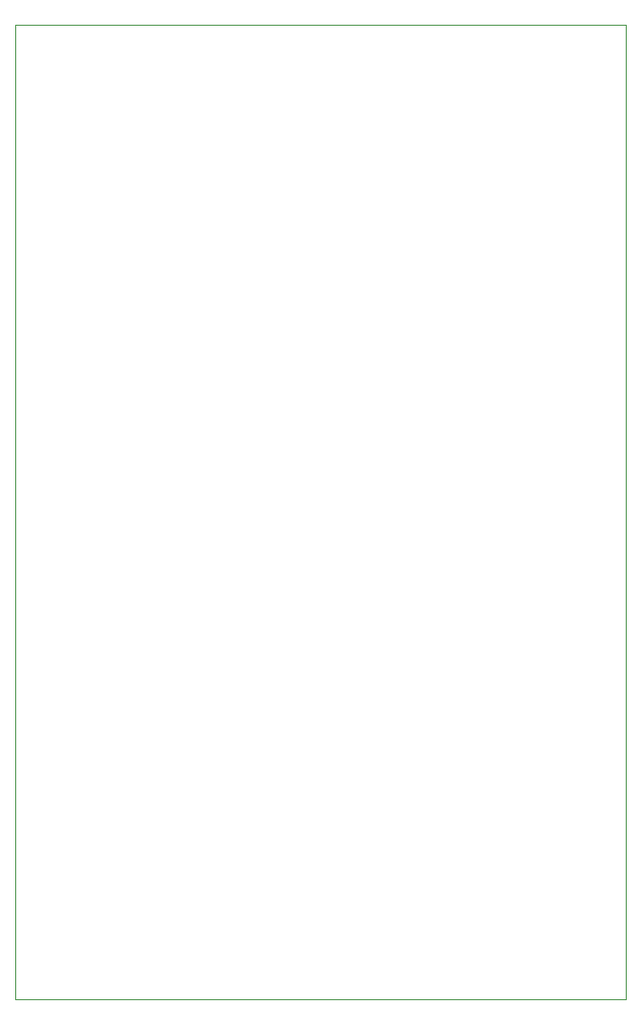
<source format=gbr>
%TF.GenerationSoftware,KiCad,Pcbnew,8.0.7*%
%TF.CreationDate,2025-02-19T22:23:28-06:00*%
%TF.ProjectId,Atmel-ATF15XX-Programming-Adapter,41746d65-6c2d-4415-9446-313558582d50,v1.0*%
%TF.SameCoordinates,Original*%
%TF.FileFunction,Profile,NP*%
%FSLAX46Y46*%
G04 Gerber Fmt 4.6, Leading zero omitted, Abs format (unit mm)*
G04 Created by KiCad (PCBNEW 8.0.7) date 2025-02-19 22:23:28*
%MOMM*%
%LPD*%
G01*
G04 APERTURE LIST*
%TA.AperFunction,Profile*%
%ADD10C,0.050000*%
%TD*%
G04 APERTURE END LIST*
D10*
X113284000Y-43180000D02*
X167513000Y-43180000D01*
X167513000Y-129794000D01*
X113284000Y-129794000D01*
X113284000Y-43180000D01*
M02*

</source>
